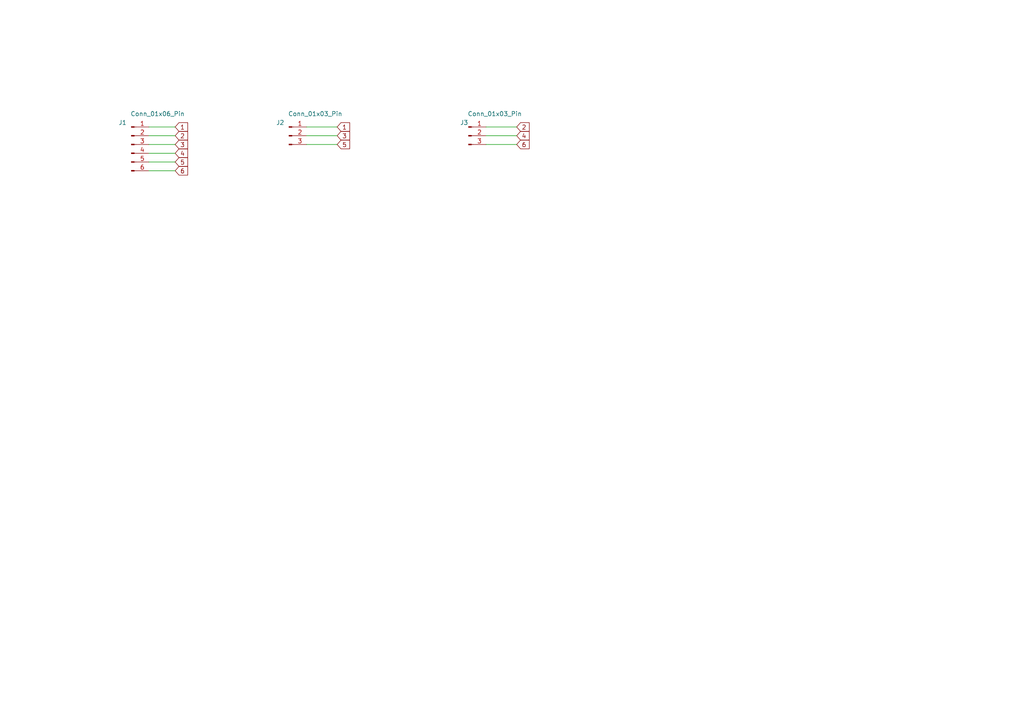
<source format=kicad_sch>
(kicad_sch (version 20230121) (generator eeschema)
  (paper "A4")
  (title_block (title "6pin. Header Breakout Board") (date "2023-11-15") (rev "1"))
  (lib_symbols
    (symbol "Connector:Conn_01x03_Pin" (pin_names (offset 1.016) hide)
      (property "Reference" "J" (at 0 5.08 0))
      (property "Value" "Conn_01x03_Pin" (at 0 -5.08 0))
      (symbol "Conn_01x03_Pin_1_1"
        (polyline (pts (xy 1.27 -2.54) (xy 0.8636 -2.54)) (stroke (width 0.1524)))
        (polyline (pts (xy 1.27 0) (xy 0.8636 0)) (stroke (width 0.1524)))
        (polyline (pts (xy 1.27 2.54) (xy 0.8636 2.54)) (stroke (width 0.1524)))
        (rectangle (start 0.8636 -2.413) (end 0 -2.667) (stroke (width 0.1524)) (fill (type outline)))
        (rectangle (start 0.8636 0.127) (end 0 -0.127) (stroke (width 0.1524)) (fill (type outline)))
        (rectangle (start 0.8636 2.667) (end 0 2.413) (stroke (width 0.1524)) (fill (type outline)))
        (pin passive line (at 5.08 2.54 180) (length 3.81) (name "Pin_1") (number "1"))
        (pin passive line (at 5.08 0 180) (length 3.81) (name "Pin_2") (number "2"))
        (pin passive line (at 5.08 -2.54 180) (length 3.81) (name "Pin_3") (number "3"))
      )
    )
    (symbol "Connector:Conn_01x06_Pin" (pin_names (offset 1.016) hide)
      (property "Reference" "J" (at 0 7.62 0))
      (property "Value" "Conn_01x06_Pin" (at 0 -10.16 0))
      (symbol "Conn_01x06_Pin_1_1"
        (polyline (pts (xy 1.27 -7.62) (xy 0.8636 -7.62)) (stroke (width 0.1524)))
        (polyline (pts (xy 1.27 -5.08) (xy 0.8636 -5.08)) (stroke (width 0.1524)))
        (polyline (pts (xy 1.27 -2.54) (xy 0.8636 -2.54)) (stroke (width 0.1524)))
        (polyline (pts (xy 1.27 0) (xy 0.8636 0)) (stroke (width 0.1524)))
        (polyline (pts (xy 1.27 2.54) (xy 0.8636 2.54)) (stroke (width 0.1524)))
        (polyline (pts (xy 1.27 5.08) (xy 0.8636 5.08)) (stroke (width 0.1524)))
        (rectangle (start 0.8636 -7.493) (end 0 -7.747) (stroke (width 0.1524)) (fill (type outline)))
        (rectangle (start 0.8636 -4.953) (end 0 -5.207) (stroke (width 0.1524)) (fill (type outline)))
        (rectangle (start 0.8636 -2.413) (end 0 -2.667) (stroke (width 0.1524)) (fill (type outline)))
        (rectangle (start 0.8636 0.127) (end 0 -0.127) (stroke (width 0.1524)) (fill (type outline)))
        (rectangle (start 0.8636 2.667) (end 0 2.413) (stroke (width 0.1524)) (fill (type outline)))
        (rectangle (start 0.8636 5.207) (end 0 4.953) (stroke (width 0.1524)) (fill (type outline)))
        (pin passive line (at 5.08 5.08 180) (length 3.81) (name "Pin_1") (number "1"))
        (pin passive line (at 5.08 2.54 180) (length 3.81) (name "Pin_2") (number "2"))
        (pin passive line (at 5.08 0 180) (length 3.81) (name "Pin_3") (number "3"))
        (pin passive line (at 5.08 -2.54 180) (length 3.81) (name "Pin_4") (number "4"))
        (pin passive line (at 5.08 -5.08 180) (length 3.81) (name "Pin_5") (number "5"))
        (pin passive line (at 5.08 -7.62 180) (length 3.81) (name "Pin_6") (number "6"))
      )
    )
  )
  (wire (pts (xy 140.97 39.37) (xy 149.86 39.37)))
  (wire (pts (xy 88.9 36.83) (xy 97.79 36.83)))
  (wire (pts (xy 88.9 39.37) (xy 97.79 39.37)))
  (wire (pts (xy 43.18 46.99) (xy 50.8 46.99)))
  (wire (pts (xy 140.97 36.83) (xy 149.86 36.83)))
  (wire (pts (xy 140.97 41.91) (xy 149.86 41.91)))
  (wire (pts (xy 43.18 41.91) (xy 50.8 41.91)))
  (wire (pts (xy 43.18 44.45) (xy 50.8 44.45)))
  (wire (pts (xy 43.18 39.37) (xy 50.8 39.37)))
  (wire (pts (xy 43.18 36.83) (xy 50.8 36.83)))
  (wire (pts (xy 88.9 41.91) (xy 97.79 41.91)))
  (wire (pts (xy 43.18 49.53) (xy 50.8 49.53)))
  (global_label "1" (shape input) (at 50.8 36.83 0) (property "Intersheetrefs" "${INTERSHEET_REFS}" (effects hide)))
  (global_label "1" (shape input) (at 97.79 36.83 0) (property "Intersheetrefs" "${INTERSHEET_REFS}" (effects hide)))
  (global_label "2" (shape input) (at 149.86 36.83 0) (property "Intersheetrefs" "${INTERSHEET_REFS}" (effects hide)))
  (global_label "4" (shape input) (at 50.8 44.45 0) (property "Intersheetrefs" "${INTERSHEET_REFS}" (effects hide)))
  (global_label "2" (shape input) (at 50.8 39.37 0) (property "Intersheetrefs" "${INTERSHEET_REFS}" (effects hide)))
  (global_label "6" (shape input) (at 149.86 41.91 0) (property "Intersheetrefs" "${INTERSHEET_REFS}" (effects hide)))
  (global_label "5" (shape input) (at 50.8 46.99 0) (property "Intersheetrefs" "${INTERSHEET_REFS}" (effects hide)))
  (global_label "3" (shape input) (at 97.79 39.37 0) (property "Intersheetrefs" "${INTERSHEET_REFS}" (effects hide)))
  (global_label "4" (shape input) (at 149.86 39.37 0) (property "Intersheetrefs" "${INTERSHEET_REFS}" (effects hide)))
  (global_label "6" (shape input) (at 50.8 49.53 0) (property "Intersheetrefs" "${INTERSHEET_REFS}" (effects hide)))
  (global_label "5" (shape input) (at 97.79 41.91 0) (property "Intersheetrefs" "${INTERSHEET_REFS}" (effects hide)))
  (global_label "3" (shape input) (at 50.8 41.91 0) (property "Intersheetrefs" "${INTERSHEET_REFS}" (effects hide)))
  (symbol (lib_id "Connector:Conn_01x06_Pin") (at 38.1 41.91 0) (unit 1)
    (property "Reference" "J1" (at 35.56 35.56 0))
    (property "Value" "Conn_01x06_Pin" (at 45.72 33.02 0))
    (property "Footprint" "Connector_PinHeader_2.54mm:PinHeader_2x03_P2.54mm_Vertical" (effects hide))
  )
  (symbol (lib_id "Connector:Conn_01x03_Pin") (at 83.82 39.37 0) (unit 1)
    (property "Reference" "J2" (at 81.28 35.56 0))
    (property "Value" "Conn_01x03_Pin" (at 91.44 33.02 0))
    (property "Footprint" "Connector_PinHeader_2.54mm:PinHeader_1x03_P2.54mm_Vertical" (effects hide))
  )
  (symbol (lib_id "Connector:Conn_01x03_Pin") (at 135.89 39.37 0) (unit 1)
    (property "Reference" "J3" (at 134.62 35.56 0))
    (property "Value" "Conn_01x03_Pin" (at 143.51 33.02 0))
    (property "Footprint" "Connector_PinHeader_2.54mm:PinHeader_1x03_P2.54mm_Vertical" (effects hide))
  )
)
</source>
